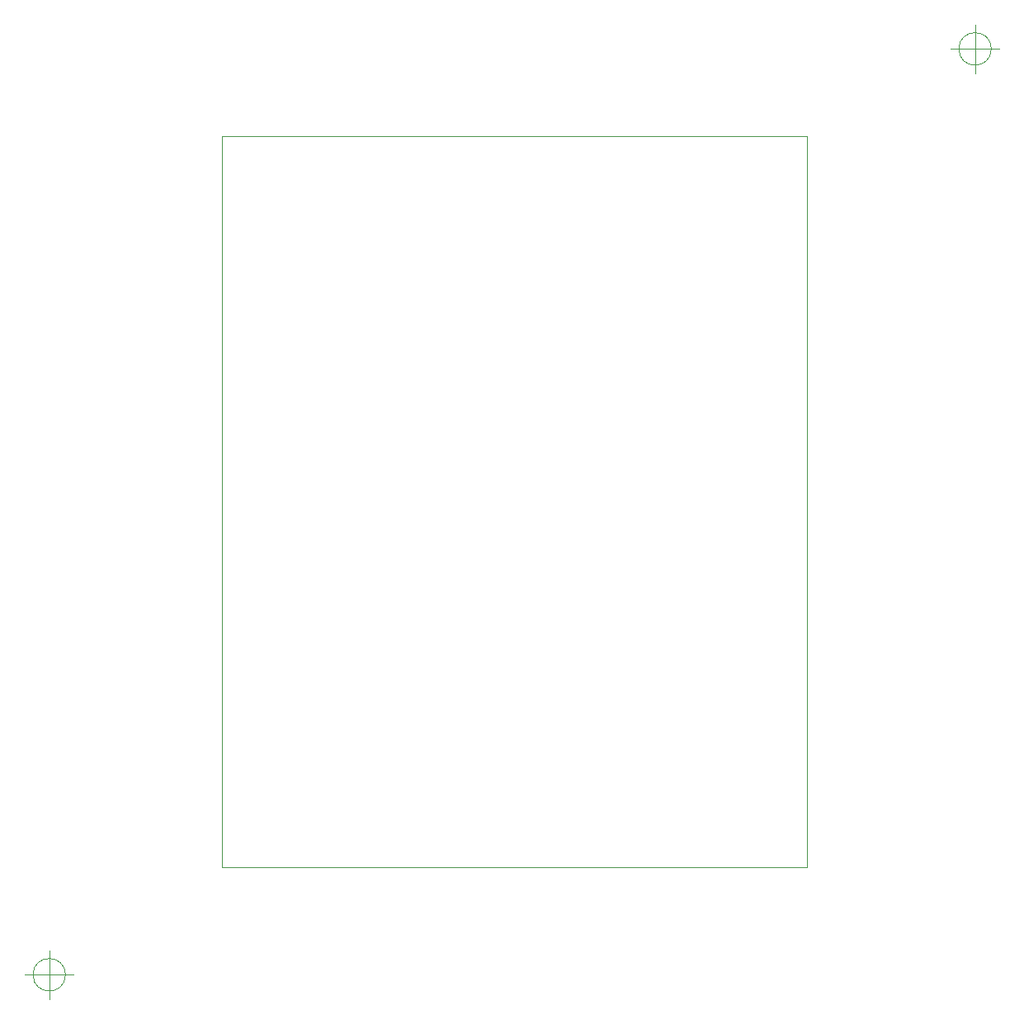
<source format=gbr>
%TF.GenerationSoftware,KiCad,Pcbnew,(6.0.10)*%
%TF.CreationDate,2023-03-05T19:00:04+01:00*%
%TF.ProjectId,HighPrecPosSens,48696768-5072-4656-9350-6f7353656e73,1*%
%TF.SameCoordinates,Original*%
%TF.FileFunction,Profile,NP*%
%FSLAX46Y46*%
G04 Gerber Fmt 4.6, Leading zero omitted, Abs format (unit mm)*
G04 Created by KiCad (PCBNEW (6.0.10)) date 2023-03-05 19:00:04*
%MOMM*%
%LPD*%
G01*
G04 APERTURE LIST*
%TA.AperFunction,Profile*%
%ADD10C,0.100000*%
%TD*%
G04 APERTURE END LIST*
D10*
X62750000Y-53980864D02*
X122750000Y-53980864D01*
X122750000Y-53980864D02*
X122750000Y-128980864D01*
X122750000Y-128980864D02*
X62750000Y-128980864D01*
X62750000Y-128980864D02*
X62750000Y-53980864D01*
X46666666Y-140000000D02*
G75*
G03*
X46666666Y-140000000I-1666666J0D01*
G01*
X42500000Y-140000000D02*
X47500000Y-140000000D01*
X45000000Y-137500000D02*
X45000000Y-142500000D01*
X141666666Y-45000000D02*
G75*
G03*
X141666666Y-45000000I-1666666J0D01*
G01*
X137500000Y-45000000D02*
X142500000Y-45000000D01*
X140000000Y-42500000D02*
X140000000Y-47500000D01*
M02*

</source>
